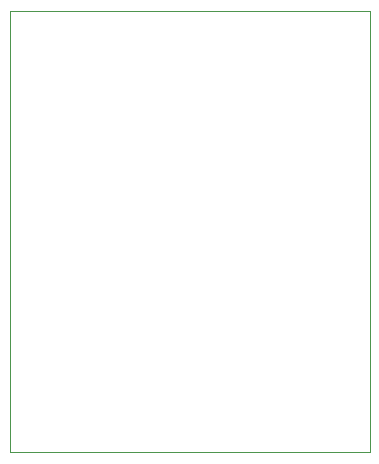
<source format=gbr>
%TF.GenerationSoftware,KiCad,Pcbnew,(5.1.8)-1*%
%TF.CreationDate,2021-03-07T11:54:50+01:00*%
%TF.ProjectId,addon_MH-Z19,6164646f-6e5f-44d4-982d-5a31392e6b69,rev?*%
%TF.SameCoordinates,Original*%
%TF.FileFunction,Profile,NP*%
%FSLAX46Y46*%
G04 Gerber Fmt 4.6, Leading zero omitted, Abs format (unit mm)*
G04 Created by KiCad (PCBNEW (5.1.8)-1) date 2021-03-07 11:54:50*
%MOMM*%
%LPD*%
G01*
G04 APERTURE LIST*
%TA.AperFunction,Profile*%
%ADD10C,0.100000*%
%TD*%
G04 APERTURE END LIST*
D10*
X86360000Y-41400000D02*
X55880000Y-41400000D01*
X55880000Y-41400000D02*
X55880000Y-78740000D01*
X55880000Y-78740000D02*
X86360000Y-78740000D01*
X86360000Y-41400000D02*
X86360000Y-78740000D01*
M02*

</source>
